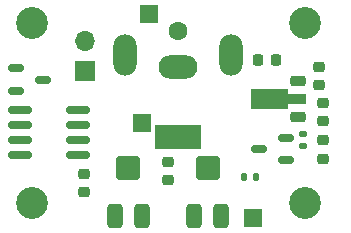
<source format=gbr>
%TF.GenerationSoftware,KiCad,Pcbnew,8.0.4*%
%TF.CreationDate,2024-09-07T16:18:19-07:00*%
%TF.ProjectId,upiez,75706965-7a2e-46b6-9963-61645f706362,rev?*%
%TF.SameCoordinates,Original*%
%TF.FileFunction,Soldermask,Top*%
%TF.FilePolarity,Negative*%
%FSLAX46Y46*%
G04 Gerber Fmt 4.6, Leading zero omitted, Abs format (unit mm)*
G04 Created by KiCad (PCBNEW 8.0.4) date 2024-09-07 16:18:19*
%MOMM*%
%LPD*%
G01*
G04 APERTURE LIST*
G04 Aperture macros list*
%AMRoundRect*
0 Rectangle with rounded corners*
0 $1 Rounding radius*
0 $2 $3 $4 $5 $6 $7 $8 $9 X,Y pos of 4 corners*
0 Add a 4 corners polygon primitive as box body*
4,1,4,$2,$3,$4,$5,$6,$7,$8,$9,$2,$3,0*
0 Add four circle primitives for the rounded corners*
1,1,$1+$1,$2,$3*
1,1,$1+$1,$4,$5*
1,1,$1+$1,$6,$7*
1,1,$1+$1,$8,$9*
0 Add four rect primitives between the rounded corners*
20,1,$1+$1,$2,$3,$4,$5,0*
20,1,$1+$1,$4,$5,$6,$7,0*
20,1,$1+$1,$6,$7,$8,$9,0*
20,1,$1+$1,$8,$9,$2,$3,0*%
%AMFreePoly0*
4,1,9,3.862500,-0.866500,0.737500,-0.866500,0.737500,-0.450000,-0.737500,-0.450000,-0.737500,0.450000,0.737500,0.450000,0.737500,0.866500,3.862500,0.866500,3.862500,-0.866500,3.862500,-0.866500,$1*%
G04 Aperture macros list end*
%ADD10RoundRect,0.225000X-0.250000X0.225000X-0.250000X-0.225000X0.250000X-0.225000X0.250000X0.225000X0*%
%ADD11RoundRect,0.250000X0.400000X0.750000X-0.400000X0.750000X-0.400000X-0.750000X0.400000X-0.750000X0*%
%ADD12RoundRect,0.250000X0.750000X0.750000X-0.750000X0.750000X-0.750000X-0.750000X0.750000X-0.750000X0*%
%ADD13RoundRect,0.150000X-0.825000X-0.150000X0.825000X-0.150000X0.825000X0.150000X-0.825000X0.150000X0*%
%ADD14C,2.700000*%
%ADD15R,1.700000X1.700000*%
%ADD16O,1.700000X1.700000*%
%ADD17R,1.500000X1.500000*%
%ADD18RoundRect,0.218750X-0.256250X0.218750X-0.256250X-0.218750X0.256250X-0.218750X0.256250X0.218750X0*%
%ADD19C,1.600000*%
%ADD20R,4.000000X2.000000*%
%ADD21O,3.300000X2.000000*%
%ADD22O,2.000000X3.500000*%
%ADD23RoundRect,0.225000X0.250000X-0.225000X0.250000X0.225000X-0.250000X0.225000X-0.250000X-0.225000X0*%
%ADD24RoundRect,0.218750X0.256250X-0.218750X0.256250X0.218750X-0.256250X0.218750X-0.256250X-0.218750X0*%
%ADD25RoundRect,0.135000X0.185000X-0.135000X0.185000X0.135000X-0.185000X0.135000X-0.185000X-0.135000X0*%
%ADD26RoundRect,0.150000X-0.512500X-0.150000X0.512500X-0.150000X0.512500X0.150000X-0.512500X0.150000X0*%
%ADD27RoundRect,0.225000X0.425000X0.225000X-0.425000X0.225000X-0.425000X-0.225000X0.425000X-0.225000X0*%
%ADD28FreePoly0,180.000000*%
%ADD29RoundRect,0.225000X-0.225000X-0.250000X0.225000X-0.250000X0.225000X0.250000X-0.225000X0.250000X0*%
%ADD30RoundRect,0.150000X0.512500X0.150000X-0.512500X0.150000X-0.512500X-0.150000X0.512500X-0.150000X0*%
%ADD31RoundRect,0.135000X-0.135000X-0.185000X0.135000X-0.185000X0.135000X0.185000X-0.135000X0.185000X0*%
G04 APERTURE END LIST*
D10*
%TO.C,C3*%
X39446200Y-39661800D03*
X39446200Y-41211800D03*
%TD*%
D11*
%TO.C,VR2*%
X43949000Y-44214800D03*
D12*
X42799000Y-40214800D03*
D11*
X41649000Y-44214800D03*
%TD*%
D13*
%TO.C,U1*%
X26887400Y-35306000D03*
X26887400Y-36576000D03*
X26887400Y-37846000D03*
X26887400Y-39116000D03*
X31837400Y-39116000D03*
X31837400Y-37846000D03*
X31837400Y-36576000D03*
X31837400Y-35306000D03*
%TD*%
D14*
%TO.C,S*%
X51054000Y-43180000D03*
%TD*%
%TO.C,S*%
X51054000Y-27940000D03*
%TD*%
D15*
%TO.C,J2*%
X32410400Y-32004000D03*
D16*
X32410400Y-29464000D03*
%TD*%
D17*
%TO.C,VDC*%
X37185600Y-36347400D03*
%TD*%
%TO.C,TP1*%
X46609000Y-44450000D03*
%TD*%
D14*
%TO.C,S*%
X27940000Y-27940000D03*
%TD*%
%TO.C,S*%
X27940000Y-43180000D03*
%TD*%
D18*
%TO.C,D2*%
X52578000Y-37835700D03*
X52578000Y-39410700D03*
%TD*%
D19*
%TO.C,J1*%
X40259000Y-28592000D03*
D20*
X40259000Y-37592000D03*
D21*
X40259000Y-31592000D03*
D22*
X44759000Y-30592000D03*
X35759000Y-30592000D03*
%TD*%
D23*
%TO.C,C2*%
X52171600Y-33185400D03*
X52171600Y-31635400D03*
%TD*%
D24*
%TO.C,D1*%
X52578000Y-36235700D03*
X52578000Y-34660700D03*
%TD*%
D25*
%TO.C,R2*%
X50876200Y-38320400D03*
X50876200Y-37300400D03*
%TD*%
D10*
%TO.C,C4*%
X32334200Y-40677800D03*
X32334200Y-42227800D03*
%TD*%
D26*
%TO.C,Q1*%
X26599300Y-31750000D03*
X26599300Y-33650000D03*
X28874300Y-32700000D03*
%TD*%
D27*
%TO.C,U2*%
X50468800Y-35843900D03*
D28*
X50381300Y-34343900D03*
D27*
X50468800Y-32843900D03*
%TD*%
D29*
%TO.C,C1*%
X47027800Y-31038800D03*
X48577800Y-31038800D03*
%TD*%
D17*
%TO.C,GND*%
X37846000Y-27178000D03*
%TD*%
D11*
%TO.C,VR1*%
X37218000Y-44214800D03*
D12*
X36068000Y-40214800D03*
D11*
X34918000Y-44214800D03*
%TD*%
D30*
%TO.C,Q2*%
X49448300Y-39522400D03*
X49448300Y-37622400D03*
X47173300Y-38572400D03*
%TD*%
D31*
%TO.C,R1*%
X45895800Y-40919400D03*
X46915800Y-40919400D03*
%TD*%
M02*

</source>
